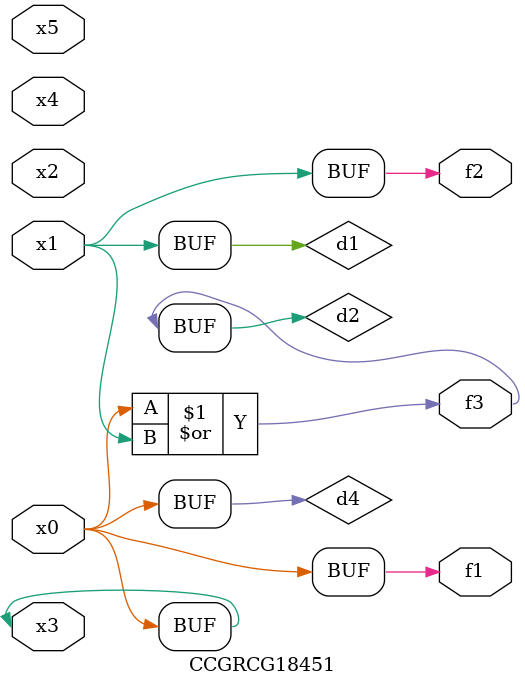
<source format=v>
module CCGRCG18451(
	input x0, x1, x2, x3, x4, x5,
	output f1, f2, f3
);

	wire d1, d2, d3, d4;

	and (d1, x1);
	or (d2, x0, x1);
	nand (d3, x0, x5);
	buf (d4, x0, x3);
	assign f1 = d4;
	assign f2 = d1;
	assign f3 = d2;
endmodule

</source>
